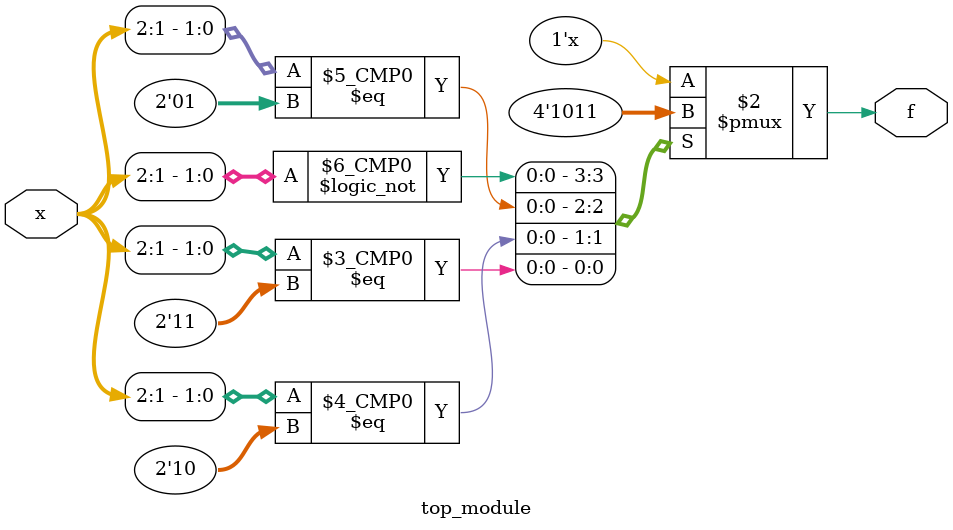
<source format=sv>
module top_module (
    input [4:1] x,
    output logic f
);

    always_comb begin
        case (x[2:1])
            2'b00: f = 1;
            2'b01: f = 0;
            2'b10: f = 1;
            2'b11: f = 1;
            default: f = 0;
        endcase
    end

endmodule

</source>
